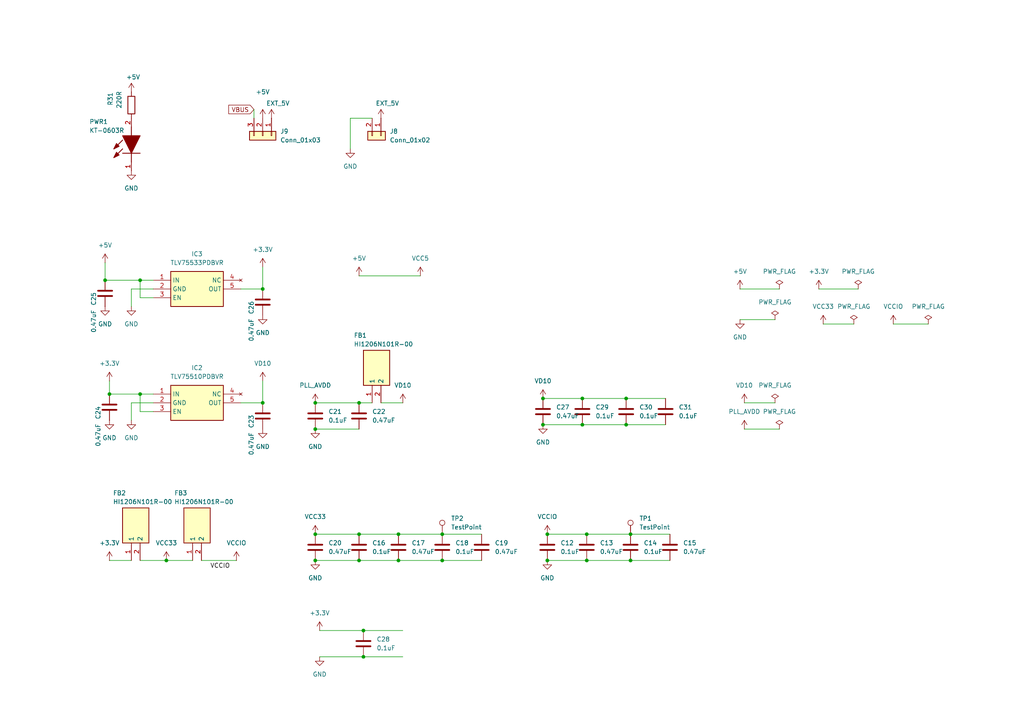
<source format=kicad_sch>
(kicad_sch (version 20250114) (generator "eeschema") (generator_version "9.0")
  (paper "A4")
  (lib_symbols
    (symbol "Connector:TestPoint" (pin_numbers (hide yes)) (pin_names (offset 0.762) (hide yes))
      (property "Reference" "TP" (at 0 6.858 0))
      (property "Value" "TestPoint" (at 0 5.08 0))
      (symbol "TestPoint_0_1"
        (circle (center 0 3.302) (radius 0.762))
      )
      (symbol "TestPoint_1_1"
        (pin passive line (at 0 0 90) (length 2.54) (name "1") (number "1"))
      )
    )
    (symbol "Connector_Generic:Conn_01x02" (pin_names (offset 1.016) (hide yes))
      (property "Reference" "J" (at 0 2.54 0))
      (property "Value" "Conn_01x02" (at 0 -5.08 0))
      (symbol "Conn_01x02_1_1"
        (rectangle (start -1.27 1.27) (end 1.27 -3.81) (stroke (width 0.254)) (fill (type background)))
        (rectangle (start -1.27 0.127) (end 0 -0.127) (stroke (width 0.1524)))
        (rectangle (start -1.27 -2.413) (end 0 -2.667) (stroke (width 0.1524)))
        (pin passive line (at -5.08 0 0) (length 3.81) (name "Pin_1") (number "1"))
        (pin passive line (at -5.08 -2.54 0) (length 3.81) (name "Pin_2") (number "2"))
      )
    )
    (symbol "Connector_Generic:Conn_01x03" (pin_names (offset 1.016) (hide yes))
      (property "Reference" "J" (at 0 5.08 0))
      (property "Value" "Conn_01x03" (at 0 -5.08 0))
      (symbol "Conn_01x03_1_1"
        (rectangle (start -1.27 3.81) (end 1.27 -3.81) (stroke (width 0.254)) (fill (type background)))
        (rectangle (start -1.27 2.667) (end 0 2.413) (stroke (width 0.1524)))
        (rectangle (start -1.27 0.127) (end 0 -0.127) (stroke (width 0.1524)))
        (rectangle (start -1.27 -2.413) (end 0 -2.667) (stroke (width 0.1524)))
        (pin passive line (at -5.08 2.54 0) (length 3.81) (name "Pin_1") (number "1"))
        (pin passive line (at -5.08 0 0) (length 3.81) (name "Pin_2") (number "2"))
        (pin passive line (at -5.08 -2.54 0) (length 3.81) (name "Pin_3") (number "3"))
      )
    )
    (symbol "Device:C" (pin_numbers (hide yes)) (pin_names (offset 0.254))
      (property "Reference" "C" (at 0.635 2.54 0))
      (property "Value" "C" (at 0.635 -2.54 0))
      (symbol "C_0_1"
        (polyline (pts (xy -2.032 0.762) (xy 2.032 0.762)) (stroke (width 0.508)))
        (polyline (pts (xy -2.032 -0.762) (xy 2.032 -0.762)) (stroke (width 0.508)))
      )
      (symbol "C_1_1"
        (pin passive line (at 0 3.81 270) (length 2.794) (name "~") (number "1"))
        (pin passive line (at 0 -3.81 90) (length 2.794) (name "~") (number "2"))
      )
    )
    (symbol "Device:R" (pin_numbers (hide yes)) (pin_names (offset 0))
      (property "Reference" "R" (at 2.032 0 90))
      (property "Value" "R" (at 0 0 90))
      (symbol "R_0_1"
        (rectangle (start -1.016 -2.54) (end 1.016 2.54) (stroke (width 0.254)))
      )
      (symbol "R_1_1"
        (pin passive line (at 0 3.81 270) (length 1.27) (name "~") (number "1"))
        (pin passive line (at 0 -3.81 90) (length 1.27) (name "~") (number "2"))
      )
    )
    (symbol "SamacSys_Parts:HI1206N101R-00"
      (property "Reference" "FB" (at 16.51 7.62 0))
      (property "Value" "HI1206N101R-00" (at 16.51 5.08 0))
      (symbol "HI1206N101R-00_1_1"
        (rectangle (start 5.08 2.54) (end 15.24 -5.08) (stroke (width 0.254)) (fill (type background)))
        (pin passive line (at 0 0 0) (length 5.08) (name "1") (number "1"))
        (pin passive line (at 0 -2.54 0) (length 5.08) (name "2") (number "2"))
      )
    )
    (symbol "SamacSys_Parts:KT-0603R" (pin_names (hide yes))
      (property "Reference" "LED" (at 12.7 8.89 0))
      (property "Value" "KT-0603R" (at 12.7 6.35 0))
      (symbol "KT-0603R_1_1"
        (polyline (pts (xy 2.54 0) (xy 5.08 0)) (stroke (width 0.254)))
        (polyline (pts (xy 5.08 2.54) (xy 5.08 -2.54)) (stroke (width 0.254)))
        (polyline (pts (xy 5.08 0) (xy 10.16 2.54) (xy 10.16 -2.54) (xy 5.08 0)) (stroke (width 0.254)) (fill (type outline)))
        (polyline (pts (xy 5.334 4.318) (xy 4.572 3.556) (xy 3.81 5.08) (xy 5.334 4.318)) (stroke (width 0.254)) (fill (type outline)))
        (polyline (pts (xy 6.35 2.54) (xy 3.81 5.08)) (stroke (width 0.254)))
        (polyline (pts (xy 7.874 4.318) (xy 7.112 3.556) (xy 6.35 5.08) (xy 7.874 4.318)) (stroke (width 0.254)) (fill (type outline)))
        (polyline (pts (xy 8.89 2.54) (xy 6.35 5.08)) (stroke (width 0.254)))
        (polyline (pts (xy 10.16 0) (xy 12.7 0)) (stroke (width 0.254)))
        (pin passive line (at 0 0 0) (length 2.54) (name "K") (number "1"))
        (pin passive line (at 15.24 0 180) (length 2.54) (name "A") (number "2"))
      )
    )
    (symbol "SamacSys_Parts:TLV75510PDBVR"
      (property "Reference" "IC" (at 21.59 7.62 0))
      (property "Value" "TLV75510PDBVR" (at 21.59 5.08 0))
      (symbol "TLV75510PDBVR_1_1"
        (rectangle (start 5.08 2.54) (end 20.32 -7.62) (stroke (width 0.254)) (fill (type background)))
        (pin passive line (at 0 0 0) (length 5.08) (name "IN") (number "1"))
        (pin passive line (at 0 -2.54 0) (length 5.08) (name "GND") (number "2"))
        (pin passive line (at 0 -5.08 0) (length 5.08) (name "EN") (number "3"))
        (pin no_connect line (at 25.4 0 180) (length 5.08) (name "NC") (number "4"))
        (pin passive line (at 25.4 -2.54 180) (length 5.08) (name "OUT") (number "5"))
      )
    )
    (symbol "SamacSys_Parts:TLV75533PDBVR"
      (property "Reference" "IC" (at 21.59 7.62 0))
      (property "Value" "TLV75533PDBVR" (at 21.59 5.08 0))
      (symbol "TLV75533PDBVR_1_1"
        (rectangle (start 5.08 2.54) (end 20.32 -7.62) (stroke (width 0.254)) (fill (type background)))
        (pin passive line (at 0 0 0) (length 5.08) (name "IN") (number "1"))
        (pin passive line (at 0 -2.54 0) (length 5.08) (name "GND") (number "2"))
        (pin passive line (at 0 -5.08 0) (length 5.08) (name "EN") (number "3"))
        (pin no_connect line (at 25.4 0 180) (length 5.08) (name "NC") (number "4"))
        (pin passive line (at 25.4 -2.54 180) (length 5.08) (name "OUT") (number "5"))
      )
    )
    (symbol "power:+3.3V" (power) (pin_numbers (hide yes)) (pin_names (offset 0) (hide yes))
      (property "Value" "+3.3V" (at 0 3.556 0))
      (symbol "+3.3V_0_1"
        (polyline (pts (xy -0.762 1.27) (xy 0 2.54)))
        (polyline (pts (xy 0 2.54) (xy 0.762 1.27)))
        (polyline (pts (xy 0 0) (xy 0 2.54)))
      )
      (symbol "+3.3V_1_1"
        (pin power_in line (at 0 0 90) (length 0) (name "~") (number "1"))
      )
    )
    (symbol "power:+5V" (power) (pin_numbers (hide yes)) (pin_names (offset 0) (hide yes))
      (property "Value" "+5V" (at 0 3.556 0))
      (symbol "+5V_0_1"
        (polyline (pts (xy -0.762 1.27) (xy 0 2.54)))
        (polyline (pts (xy 0 2.54) (xy 0.762 1.27)))
        (polyline (pts (xy 0 0) (xy 0 2.54)))
      )
      (symbol "+5V_1_1"
        (pin power_in line (at 0 0 90) (length 0) (name "~") (number "1"))
      )
    )
    (symbol "power:GND" (power) (pin_numbers (hide yes)) (pin_names (offset 0) (hide yes))
      (property "Value" "GND" (at 0 -3.81 0))
      (symbol "GND_0_1"
        (polyline (pts (xy 0 0) (xy 0 -1.27) (xy 1.27 -1.27) (xy 0 -2.54) (xy -1.27 -1.27) (xy 0 -1.27)))
      )
      (symbol "GND_1_1"
        (pin power_in line (at 0 0 270) (length 0) (name "~") (number "1"))
      )
    )
    (symbol "power:PWR_FLAG" (power) (pin_numbers (hide yes)) (pin_names (offset 0) (hide yes))
      (property "Value" "PWR_FLAG" (at 0 3.81 0))
      (symbol "PWR_FLAG_0_0"
        (pin power_out line (at 0 0 90) (length 0) (name "~") (number "1"))
      )
      (symbol "PWR_FLAG_0_1"
        (polyline (pts (xy 0 0) (xy 0 1.27) (xy -1.016 1.905) (xy 0 2.54) (xy 1.016 1.905) (xy 0 1.27)))
      )
    )
    (symbol "power:VCC" (power) (pin_numbers (hide yes)) (pin_names (offset 0) (hide yes))
      (property "Value" "VCC" (at 0 3.556 0))
      (symbol "VCC_0_1"
        (polyline (pts (xy -0.762 1.27) (xy 0 2.54)))
        (polyline (pts (xy 0 2.54) (xy 0.762 1.27)))
        (polyline (pts (xy 0 0) (xy 0 2.54)))
      )
      (symbol "VCC_1_1"
        (pin power_in line (at 0 0 90) (length 0) (name "~") (number "1"))
      )
    )
  )
  (junction (at 104.14 162.56))
  (junction (at 170.18 154.94))
  (junction (at 158.75 162.56))
  (junction (at 170.18 162.56))
  (junction (at 91.44 116.84))
  (junction (at 158.75 154.94))
  (junction (at 91.44 124.46))
  (junction (at 40.64 114.3))
  (junction (at 105.41 182.88))
  (junction (at 181.61 115.57))
  (junction (at 182.88 162.56))
  (junction (at 157.48 115.57))
  (junction (at 157.48 123.19))
  (junction (at 128.27 154.94))
  (junction (at 91.44 162.56))
  (junction (at 30.48 81.28))
  (junction (at 128.27 162.56))
  (junction (at 104.14 116.84))
  (junction (at 115.57 162.56))
  (junction (at 104.14 154.94))
  (junction (at 76.2 83.82))
  (junction (at 168.91 123.19))
  (junction (at 105.41 190.5))
  (junction (at 76.2 116.84))
  (junction (at 182.88 154.94))
  (junction (at 91.44 154.94))
  (junction (at 168.91 115.57))
  (junction (at 40.64 81.28))
  (junction (at 181.61 123.19))
  (junction (at 31.75 114.3))
  (junction (at 115.57 154.94))
  (junction (at 48.26 162.56))
  (wire (pts (xy 76.2 116.84) (xy 76.2 110.49)))
  (wire (pts (xy 58.42 162.56) (xy 68.58 162.56)))
  (wire (pts (xy 44.45 81.28) (xy 40.64 81.28)))
  (wire (pts (xy 40.64 162.56) (xy 48.26 162.56)))
  (wire (pts (xy 105.41 190.5) (xy 116.84 190.5)))
  (wire (pts (xy 157.48 115.57) (xy 168.91 115.57)))
  (wire (pts (xy 44.45 116.84) (xy 38.1 116.84)))
  (wire (pts (xy 40.64 81.28) (xy 30.48 81.28)))
  (wire (pts (xy 40.64 86.36) (xy 40.64 81.28)))
  (wire (pts (xy 170.18 154.94) (xy 182.88 154.94)))
  (wire (pts (xy 31.75 162.56) (xy 38.1 162.56)))
  (wire (pts (xy 168.91 123.19) (xy 181.61 123.19)))
  (wire (pts (xy 158.75 162.56) (xy 170.18 162.56)))
  (wire (pts (xy 31.75 114.3) (xy 40.64 114.3)))
  (wire (pts (xy 181.61 123.19) (xy 193.04 123.19)))
  (wire (pts (xy 104.14 80.01) (xy 121.92 80.01)))
  (wire (pts (xy 38.1 88.9) (xy 38.1 83.82)))
  (wire (pts (xy 30.48 76.2) (xy 30.48 81.28)))
  (wire (pts (xy 104.14 116.84) (xy 107.95 116.84)))
  (wire (pts (xy 101.6 34.29) (xy 101.6 43.18)))
  (wire (pts (xy 69.85 83.82) (xy 76.2 83.82)))
  (wire (pts (xy 170.18 162.56) (xy 182.88 162.56)))
  (wire (pts (xy 182.88 162.56) (xy 194.31 162.56)))
  (wire (pts (xy 238.76 93.98) (xy 247.65 93.98)))
  (wire (pts (xy 104.14 162.56) (xy 115.57 162.56)))
  (wire (pts (xy 182.88 154.94) (xy 194.31 154.94)))
  (wire (pts (xy 215.9 124.46) (xy 226.06 124.46)))
  (wire (pts (xy 115.57 154.94) (xy 128.27 154.94)))
  (wire (pts (xy 92.71 182.88) (xy 105.41 182.88)))
  (wire (pts (xy 157.48 123.19) (xy 168.91 123.19)))
  (wire (pts (xy 259.08 93.98) (xy 269.24 93.98)))
  (wire (pts (xy 73.66 31.75) (xy 73.66 34.29)))
  (wire (pts (xy 128.27 154.94) (xy 139.7 154.94)))
  (wire (pts (xy 181.61 115.57) (xy 193.04 115.57)))
  (wire (pts (xy 237.49 83.82) (xy 248.92 83.82)))
  (wire (pts (xy 215.9 116.84) (xy 224.79 116.84)))
  (wire (pts (xy 168.91 115.57) (xy 181.61 115.57)))
  (wire (pts (xy 44.45 86.36) (xy 40.64 86.36)))
  (wire (pts (xy 104.14 154.94) (xy 115.57 154.94)))
  (wire (pts (xy 226.06 83.82) (xy 214.63 83.82)))
  (wire (pts (xy 107.95 34.29) (xy 101.6 34.29)))
  (wire (pts (xy 91.44 162.56) (xy 104.14 162.56)))
  (wire (pts (xy 91.44 154.94) (xy 104.14 154.94)))
  (wire (pts (xy 105.41 182.88) (xy 116.84 182.88)))
  (wire (pts (xy 214.63 92.71) (xy 224.79 92.71)))
  (wire (pts (xy 40.64 119.38) (xy 40.64 114.3)))
  (wire (pts (xy 91.44 116.84) (xy 104.14 116.84)))
  (wire (pts (xy 115.57 162.56) (xy 128.27 162.56)))
  (wire (pts (xy 128.27 162.56) (xy 139.7 162.56)))
  (wire (pts (xy 31.75 110.49) (xy 31.75 114.3)))
  (wire (pts (xy 91.44 124.46) (xy 104.14 124.46)))
  (wire (pts (xy 76.2 77.47) (xy 76.2 83.82)))
  (wire (pts (xy 40.64 114.3) (xy 44.45 114.3)))
  (wire (pts (xy 38.1 116.84) (xy 38.1 121.92)))
  (wire (pts (xy 69.85 116.84) (xy 76.2 116.84)))
  (wire (pts (xy 92.71 190.5) (xy 105.41 190.5)))
  (wire (pts (xy 158.75 154.94) (xy 170.18 154.94)))
  (wire (pts (xy 48.26 162.56) (xy 55.88 162.56)))
  (wire (pts (xy 44.45 119.38) (xy 40.64 119.38)))
  (wire (pts (xy 110.49 116.84) (xy 116.84 116.84)))
  (wire (pts (xy 38.1 83.82) (xy 44.45 83.82)))
  (label "VCCIO" (at 60.96 165.1 0))
  (global_label "VBUS" (shape input) (at 73.66 31.75 180) (property "Intersheetrefs" "${INTERSHEET_REFS}" (effects (hide yes))))
  (symbol (lib_id "power:VCC") (at 121.92 80.01 0) (unit 1)
    (property "Reference" "#PWR045" (effects (hide yes)))
    (property "Value" "VCC5" (at 121.92 74.93 0))
    (property "Description" "Power symbol creates a global label with name \"VCC\"" (effects (hide yes)))
  )
  (symbol (lib_id "Device:C") (at 105.41 186.69 0) (unit 1)
    (property "Reference" "C28" (at 109.22 185.4199 0) (effects (justify left)))
    (property "Value" "0.1uF" (at 109.22 187.9599 0) (effects (justify left)))
    (property "Footprint" "Capacitor_SMD:C_0603_1608Metric" (effects (hide yes)))
    (property "Description" "Unpolarized capacitor" (effects (hide yes)))
  )
  (symbol (lib_id "power:GND") (at 214.63 92.71 0) (unit 1)
    (property "Reference" "#PWR054" (effects (hide yes)))
    (property "Value" "GND" (at 214.63 97.79 0))
    (property "Description" "Power symbol creates a global label with name \"GND\" , ground" (effects (hide yes)))
  )
  (symbol (lib_id "power:+5V") (at 78.74 34.29 0) (unit 1)
    (property "Reference" "#PWR087" (effects (hide yes)))
    (property "Value" "EXT_5V" (at 77.216 29.972 0) (effects (justify left)))
    (property "Description" "Power symbol creates a global label with name \"+5V\"" (effects (hide yes)))
  )
  (symbol (lib_id "power:+5V") (at 110.49 34.29 0) (unit 1)
    (property "Reference" "#PWR088" (effects (hide yes)))
    (property "Value" "EXT_5V" (at 108.966 29.972 0) (effects (justify left)))
    (property "Description" "Power symbol creates a global label with name \"+5V\"" (effects (hide yes)))
  )
  (symbol (lib_id "power:GND") (at 101.6 43.18 0) (unit 1)
    (property "Reference" "#PWR078" (effects (hide yes)))
    (property "Value" "GND" (at 101.6 48.26 0))
    (property "Description" "Power symbol creates a global label with name \"GND\" , ground" (effects (hide yes)))
  )
  (symbol (lib_id "Device:C") (at 170.18 158.75 0) (unit 1)
    (property "Reference" "C13" (at 173.99 157.4799 0) (effects (justify left)))
    (property "Value" "0.47uF" (at 173.99 160.0199 0) (effects (justify left)))
    (property "Footprint" "Capacitor_SMD:C_0603_1608Metric" (effects (hide yes)))
    (property "Description" "Unpolarized capacitor" (effects (hide yes)))
  )
  (symbol (lib_id "power:GND") (at 30.48 88.9 0) (unit 1)
    (property "Reference" "#PWR072" (effects (hide yes)))
    (property "Value" "GND" (at 30.48 93.98 0))
    (property "Description" "Power symbol creates a global label with name \"GND\" , ground" (effects (hide yes)))
  )
  (symbol (lib_id "Device:C") (at 91.44 120.65 0) (unit 1)
    (property "Reference" "C21" (at 95.25 119.3799 0) (effects (justify left)))
    (property "Value" "0.1uF" (at 95.25 121.9199 0) (effects (justify left)))
    (property "Footprint" "Capacitor_SMD:C_0603_1608Metric" (effects (hide yes)))
    (property "Description" "Unpolarized capacitor" (effects (hide yes)))
  )
  (symbol (lib_id "Connector:TestPoint") (at 182.88 154.94 0) (unit 1)
    (property "Reference" "TP1" (at 185.42 150.3679 0) (effects (justify left)))
    (property "Value" "TestPoint" (at 185.42 152.9079 0) (effects (justify left)))
    (property "Footprint" "TestPoint:TestPoint_Pad_D1.5mm" (effects (hide yes)))
    (property "Description" "test point" (effects (hide yes)))
  )
  (symbol (lib_id "power:VCC") (at 157.48 115.57 0) (unit 1)
    (property "Reference" "#PWR082" (effects (hide yes)))
    (property "Value" "VD10" (at 157.48 110.49 0))
    (property "Description" "Power symbol creates a global label with name \"VCC\"" (effects (hide yes)))
  )
  (symbol (lib_id "Device:C") (at 158.75 158.75 0) (unit 1)
    (property "Reference" "C12" (at 162.56 157.4799 0) (effects (justify left)))
    (property "Value" "0.1uF" (at 162.56 160.0199 0) (effects (justify left)))
    (property "Footprint" "Capacitor_SMD:C_0603_1608Metric" (effects (hide yes)))
    (property "Description" "Unpolarized capacitor" (effects (hide yes)))
  )
  (symbol (lib_id "power:+3.3V") (at 92.71 182.88 0) (unit 1)
    (property "Reference" "#PWR079" (effects (hide yes)))
    (property "Value" "+3.3V" (at 92.71 177.8 0))
    (property "Description" "Power symbol creates a global label with name \"+3.3V\"" (effects (hide yes)))
  )
  (symbol (lib_id "power:VCC") (at 238.76 93.98 0) (unit 1)
    (property "Reference" "#PWR053" (effects (hide yes)))
    (property "Value" "VCC33" (at 238.76 88.9 0))
    (property "Description" "Power symbol creates a global label with name \"VCC\"" (effects (hide yes)))
  )
  (symbol (lib_id "power:VCC") (at 259.08 93.98 0) (unit 1)
    (property "Reference" "#PWR081" (effects (hide yes)))
    (property "Value" "VCCIO" (at 259.08 88.9 0))
    (property "Description" "Power symbol creates a global label with name \"VCC\"" (effects (hide yes)))
  )
  (symbol (lib_id "Device:C") (at 194.31 158.75 0) (unit 1)
    (property "Reference" "C15" (at 198.12 157.4799 0) (effects (justify left)))
    (property "Value" "0.47uF" (at 198.12 160.0199 0) (effects (justify left)))
    (property "Footprint" "Capacitor_SMD:C_0603_1608Metric" (effects (hide yes)))
    (property "Description" "Unpolarized capacitor" (effects (hide yes)))
  )
  (symbol (lib_id "power:GND") (at 157.48 123.19 0) (unit 1)
    (property "Reference" "#PWR083" (effects (hide yes)))
    (property "Value" "GND" (at 157.48 128.27 0))
    (property "Description" "Power symbol creates a global label with name \"GND\" , ground" (effects (hide yes)))
  )
  (symbol (lib_id "SamacSys_Parts:KT-0603R") (at 38.1 49.53 90) (unit 1)
    (property "Reference" "PWR1" (at 25.908 35.306 90) (effects (justify right)))
    (property "Value" "KT-0603R" (at 25.908 37.846 90) (effects (justify right)))
    (property "Footprint" "SamaSys_Parts:LEDC1608X70N" (effects (hide yes)))
    (property "Datasheet" "https://datasheet.lcsc.com/szlcsc/Hubei-KENTO-Elec-KT-0603R_C2286.pdf" (effects (hide yes)))
    (property "Description" "Red 615~630nm 1.9~2.2V 0603 Light Emitting Diodes (LED) RoHS" (effects (hide yes)))
    (property "Height" "0.7" (effects (hide yes)))
    (property "Manufacturer_Name" "Hubei KENTO Elec" (effects (hide yes)))
    (property "Manufacturer_Part_Number" "KT-0603R" (effects (hide yes)))
  )
  (symbol (lib_id "power:GND") (at 158.75 162.56 0) (unit 1)
    (property "Reference" "#PWR037" (effects (hide yes)))
    (property "Value" "GND" (at 158.75 167.64 0))
    (property "Description" "Power symbol creates a global label with name \"GND\" , ground" (effects (hide yes)))
  )
  (symbol (lib_id "SamacSys_Parts:HI1206N101R-00") (at 38.1 162.56 90) (unit 1)
    (property "Reference" "FB2" (at 32.766 143.002 90) (effects (justify right)))
    (property "Value" "HI1206N101R-00" (at 32.766 145.542 90) (effects (justify right)))
    (property "Footprint" "SamaSys_Parts:BEADC3216X130N" (effects (hide yes)))
    (property "Datasheet" "https://datasheet.datasheetarchive.com/originals/distributors/Datasheets-32/DSA-630090.pdf" (effects (hide yes)))
    (property "Description" "High Current Ferrite Bead" (effects (hide yes)))
    (property "Height" "1.3" (effects (hide yes)))
    (property "Manufacturer_Name" "Laird-Signal Integrity Products" (effects (hide yes)))
    (property "Manufacturer_Part_Number" "HI1206N101R-00" (effects (hide yes)))
  )
  (symbol (lib_id "power:PWR_FLAG") (at 248.92 83.82 0) (unit 1)
    (property "Reference" "#FLG02" (effects (hide yes)))
    (property "Value" "PWR_FLAG" (at 248.92 78.74 0))
    (property "Description" "Special symbol for telling ERC where power comes from" (effects (hide yes)))
  )
  (symbol (lib_id "power:GND") (at 92.71 190.5 0) (unit 1)
    (property "Reference" "#PWR080" (effects (hide yes)))
    (property "Value" "GND" (at 92.71 195.58 0))
    (property "Description" "Power symbol creates a global label with name \"GND\" , ground" (effects (hide yes)))
  )
  (symbol (lib_id "power:GND") (at 31.75 121.92 0) (unit 1)
    (property "Reference" "#PWR068" (effects (hide yes)))
    (property "Value" "GND" (at 31.75 127 0))
    (property "Description" "Power symbol creates a global label with name \"GND\" , ground" (effects (hide yes)))
  )
  (symbol (lib_id "Device:C") (at 115.57 158.75 0) (unit 1)
    (property "Reference" "C17" (at 119.38 157.4799 0) (effects (justify left)))
    (property "Value" "0.47uF" (at 119.38 160.0199 0) (effects (justify left)))
    (property "Footprint" "Capacitor_SMD:C_0603_1608Metric" (effects (hide yes)))
    (property "Description" "Unpolarized capacitor" (effects (hide yes)))
  )
  (symbol (lib_id "power:+5V") (at 76.2 34.29 0) (unit 1)
    (property "Reference" "#PWR086" (effects (hide yes)))
    (property "Value" "+5V" (at 76.2 26.67 0))
    (property "Description" "Power symbol creates a global label with name \"+5V\"" (effects (hide yes)))
  )
  (symbol (lib_id "power:PWR_FLAG") (at 226.06 124.46 0) (unit 1)
    (property "Reference" "#FLG04" (effects (hide yes)))
    (property "Value" "PWR_FLAG" (at 226.06 119.38 0))
    (property "Description" "Special symbol for telling ERC where power comes from" (effects (hide yes)))
  )
  (symbol (lib_id "power:PWR_FLAG") (at 226.06 83.82 0) (unit 1)
    (property "Reference" "#FLG01" (effects (hide yes)))
    (property "Value" "PWR_FLAG" (at 226.06 78.74 0))
    (property "Description" "Special symbol for telling ERC where power comes from" (effects (hide yes)))
  )
  (symbol (lib_id "Device:C") (at 128.27 158.75 0) (unit 1)
    (property "Reference" "C18" (at 132.08 157.4799 0) (effects (justify left)))
    (property "Value" "0.1uF" (at 132.08 160.0199 0) (effects (justify left)))
    (property "Footprint" "Capacitor_SMD:C_0603_1608Metric" (effects (hide yes)))
    (property "Description" "Unpolarized capacitor" (effects (hide yes)))
  )
  (symbol (lib_id "power:GND") (at 38.1 49.53 0) (unit 1)
    (property "Reference" "#PWR089" (effects (hide yes)))
    (property "Value" "GND" (at 38.1 54.61 0))
    (property "Description" "Power symbol creates a global label with name \"GND\" , ground" (effects (hide yes)))
  )
  (symbol (lib_id "Device:C") (at 31.75 118.11 0) (unit 1)
    (property "Reference" "C24" (at 28.448 121.666 90) (effects (justify left)))
    (property "Value" "0.47uF" (at 28.448 129.54 90) (effects (justify left)))
    (property "Footprint" "Capacitor_SMD:C_0402_1005Metric" (effects (hide yes)))
    (property "Description" "Unpolarized capacitor" (effects (hide yes)))
  )
  (symbol (lib_id "Device:C") (at 104.14 120.65 0) (unit 1)
    (property "Reference" "C22" (at 107.95 119.3799 0) (effects (justify left)))
    (property "Value" "0.47uF" (at 107.95 121.9199 0) (effects (justify left)))
    (property "Footprint" "Capacitor_SMD:C_0603_1608Metric" (effects (hide yes)))
    (property "Description" "Unpolarized capacitor" (effects (hide yes)))
  )
  (symbol (lib_id "power:VCC") (at 68.58 162.56 0) (unit 1)
    (property "Reference" "#PWR063" (effects (hide yes)))
    (property "Value" "VCCIO" (at 68.58 157.48 0))
    (property "Description" "Power symbol creates a global label with name \"VCC\"" (effects (hide yes)))
  )
  (symbol (lib_id "Device:C") (at 168.91 119.38 0) (unit 1)
    (property "Reference" "C29" (at 172.72 118.1099 0) (effects (justify left)))
    (property "Value" "0.1uF" (at 172.72 120.6499 0) (effects (justify left)))
    (property "Footprint" "Capacitor_SMD:C_0603_1608Metric" (effects (hide yes)))
    (property "Description" "Unpolarized capacitor" (effects (hide yes)))
  )
  (symbol (lib_id "SamacSys_Parts:TLV75533PDBVR") (at 44.45 81.28 0) (unit 1)
    (property "Reference" "IC3" (at 57.15 73.66 0))
    (property "Value" "TLV75533PDBVR" (at 57.15 76.2 0))
    (property "Footprint" "SamaSys_Parts:SOT95P280X145-5N" (effects (hide yes)))
    (property "Datasheet" "http://www.ti.com/lit/gpn/tlv755p" (effects (hide yes)))
    (property "Description" "LDO Voltage Regulators 500-mA, Low IQ, Small Size, Low Dropout Regulator 5-SOT-23 -40 to 125" (effects (hide yes)))
    (property "Height" "1.45" (effects (hide yes)))
    (property "Manufacturer_Name" "Texas Instruments" (effects (hide yes)))
    (property "Manufacturer_Part_Number" "TLV75533PDBVR" (effects (hide yes)))
    (property "Mouser Part Number" "595-TLV75533PDBVR" (effects (hide yes)))
    (property "Mouser Price/Stock" "https://www.mouser.co.uk/ProductDetail/Texas-Instruments/TLV75533PDBVR?qs=55YtniHzbhAKEwqeO2xJXQ%3D%3D" (effects (hide yes)))
    (property "Arrow Part Number" "TLV75533PDBVR" (effects (hide yes)))
    (property "Arrow Price/Stock" "https://www.arrow.com/en/products/tlv75533pdbvr/texas-instruments?utm_currency=USD&region=nac" (effects (hide yes)))
  )
  (symbol (lib_id "Device:C") (at 157.48 119.38 0) (unit 1)
    (property "Reference" "C27" (at 161.29 118.1099 0) (effects (justify left)))
    (property "Value" "0.47uF" (at 161.29 120.6499 0) (effects (justify left)))
    (property "Footprint" "Capacitor_SMD:C_0603_1608Metric" (effects (hide yes)))
    (property "Description" "Unpolarized capacitor" (effects (hide yes)))
  )
  (symbol (lib_id "power:+3.3V") (at 31.75 110.49 0) (unit 1)
    (property "Reference" "#PWR065" (effects (hide yes)))
    (property "Value" "+3.3V" (at 31.75 105.41 0))
    (property "Description" "Power symbol creates a global label with name \"+3.3V\"" (effects (hide yes)))
  )
  (symbol (lib_id "power:+5V") (at 30.48 76.2 0) (unit 1)
    (property "Reference" "#PWR070" (effects (hide yes)))
    (property "Value" "+5V" (at 30.48 71.12 0))
    (property "Description" "Power symbol creates a global label with name \"+5V\"" (effects (hide yes)))
  )
  (symbol (lib_id "power:VCC") (at 116.84 116.84 0) (unit 1)
    (property "Reference" "#PWR050" (effects (hide yes)))
    (property "Value" "VD10" (at 116.84 111.76 0))
    (property "Description" "Power symbol creates a global label with name \"VCC\"" (effects (hide yes)))
  )
  (symbol (lib_id "Device:C") (at 181.61 119.38 0) (unit 1)
    (property "Reference" "C30" (at 185.42 118.1099 0) (effects (justify left)))
    (property "Value" "0.1uF" (at 185.42 120.6499 0) (effects (justify left)))
    (property "Footprint" "Capacitor_SMD:C_0603_1608Metric" (effects (hide yes)))
    (property "Description" "Unpolarized capacitor" (effects (hide yes)))
  )
  (symbol (lib_id "Connector:TestPoint") (at 128.27 154.94 0) (unit 1)
    (property "Reference" "TP2" (at 130.81 150.3679 0) (effects (justify left)))
    (property "Value" "TestPoint" (at 130.81 152.9079 0) (effects (justify left)))
    (property "Footprint" "TestPoint:TestPoint_Pad_D1.5mm" (effects (hide yes)))
    (property "Description" "test point" (effects (hide yes)))
  )
  (symbol (lib_id "power:VCC") (at 215.9 124.46 0) (unit 1)
    (property "Reference" "#PWR051" (effects (hide yes)))
    (property "Value" "PLL_AVDD" (at 215.9 119.38 0))
    (property "Description" "Power symbol creates a global label with name \"VCC\"" (effects (hide yes)))
  )
  (symbol (lib_id "power:VCC") (at 91.44 154.94 0) (unit 1)
    (property "Reference" "#PWR034" (effects (hide yes)))
    (property "Value" "VCC33" (at 91.44 149.86 0))
    (property "Description" "Power symbol creates a global label with name \"VCC\"" (effects (hide yes)))
  )
  (symbol (lib_id "Device:R") (at 38.1 30.48 180) (unit 1)
    (property "Reference" "R31" (at 32.004 28.702 90))
    (property "Value" "220R" (at 34.544 28.956 90))
    (property "Footprint" "Resistor_SMD:R_0603_1608Metric" (effects (hide yes)))
    (property "Description" "Resistor" (effects (hide yes)))
  )
  (symbol (lib_id "Device:C") (at 91.44 158.75 0) (unit 1)
    (property "Reference" "C20" (at 95.25 157.4799 0) (effects (justify left)))
    (property "Value" "0.47uF" (at 95.25 160.0199 0) (effects (justify left)))
    (property "Footprint" "Capacitor_SMD:C_0603_1608Metric" (effects (hide yes)))
    (property "Description" "Unpolarized capacitor" (effects (hide yes)))
  )
  (symbol (lib_id "power:VCC") (at 158.75 154.94 0) (unit 1)
    (property "Reference" "#PWR035" (effects (hide yes)))
    (property "Value" "VCCIO" (at 158.75 149.86 0))
    (property "Description" "Power symbol creates a global label with name \"VCC\"" (effects (hide yes)))
  )
  (symbol (lib_id "power:GND") (at 91.44 124.46 0) (unit 1)
    (property "Reference" "#PWR049" (effects (hide yes)))
    (property "Value" "GND" (at 91.44 129.54 0))
    (property "Description" "Power symbol creates a global label with name \"GND\" , ground" (effects (hide yes)))
  )
  (symbol (lib_id "Device:C") (at 76.2 120.65 0) (unit 1)
    (property "Reference" "C23" (at 72.898 124.206 90) (effects (justify left)))
    (property "Value" "0.47uF" (at 72.898 132.08 90) (effects (justify left)))
    (property "Footprint" "Capacitor_SMD:C_0402_1005Metric" (effects (hide yes)))
    (property "Description" "Unpolarized capacitor" (effects (hide yes)))
  )
  (symbol (lib_id "power:VCC") (at 48.26 162.56 0) (unit 1)
    (property "Reference" "#PWR066" (effects (hide yes)))
    (property "Value" "VCC33" (at 48.26 157.48 0))
    (property "Description" "Power symbol creates a global label with name \"VCC\"" (effects (hide yes)))
  )
  (symbol (lib_id "power:+5V") (at 38.1 26.67 0) (unit 1)
    (property "Reference" "#PWR077" (effects (hide yes)))
    (property "Value" "+5V" (at 36.576 22.352 0) (effects (justify left)))
    (property "Description" "Power symbol creates a global label with name \"+5V\"" (effects (hide yes)))
  )
  (symbol (lib_id "SamacSys_Parts:HI1206N101R-00") (at 55.88 162.56 90) (unit 1)
    (property "Reference" "FB3" (at 50.546 143.002 90) (effects (justify right)))
    (property "Value" "HI1206N101R-00" (at 50.546 145.542 90) (effects (justify right)))
    (property "Footprint" "SamaSys_Parts:BEADC3216X130N" (effects (hide yes)))
    (property "Datasheet" "https://datasheet.datasheetarchive.com/originals/distributors/Datasheets-32/DSA-630090.pdf" (effects (hide yes)))
    (property "Description" "High Current Ferrite Bead" (effects (hide yes)))
    (property "Height" "1.3" (effects (hide yes)))
    (property "Manufacturer_Name" "Laird-Signal Integrity Products" (effects (hide yes)))
    (property "Manufacturer_Part_Number" "HI1206N101R-00" (effects (hide yes)))
  )
  (symbol (lib_id "power:+3.3V") (at 237.49 83.82 0) (unit 1)
    (property "Reference" "#PWR044" (effects (hide yes)))
    (property "Value" "+3.3V" (at 237.49 78.74 0))
    (property "Description" "Power symbol creates a global label with name \"+3.3V\"" (effects (hide yes)))
  )
  (symbol (lib_id "Device:C") (at 139.7 158.75 0) (unit 1)
    (property "Reference" "C19" (at 143.51 157.4799 0) (effects (justify left)))
    (property "Value" "0.47uF" (at 143.51 160.0199 0) (effects (justify left)))
    (property "Footprint" "Capacitor_SMD:C_0603_1608Metric" (effects (hide yes)))
    (property "Description" "Unpolarized capacitor" (effects (hide yes)))
  )
  (symbol (lib_id "power:GND") (at 38.1 121.92 0) (unit 1)
    (property "Reference" "#PWR067" (effects (hide yes)))
    (property "Value" "GND" (at 38.1 127 0))
    (property "Description" "Power symbol creates a global label with name \"GND\" , ground" (effects (hide yes)))
  )
  (symbol (lib_id "Device:C") (at 193.04 119.38 0) (unit 1)
    (property "Reference" "C31" (at 196.85 118.1099 0) (effects (justify left)))
    (property "Value" "0.1uF" (at 196.85 120.6499 0) (effects (justify left)))
    (property "Footprint" "Capacitor_SMD:C_0603_1608Metric" (effects (hide yes)))
    (property "Description" "Unpolarized capacitor" (effects (hide yes)))
  )
  (symbol (lib_id "Device:C") (at 104.14 158.75 0) (unit 1)
    (property "Reference" "C16" (at 107.95 157.4799 0) (effects (justify left)))
    (property "Value" "0.1uF" (at 107.95 160.0199 0) (effects (justify left)))
    (property "Footprint" "Capacitor_SMD:C_0603_1608Metric" (effects (hide yes)))
    (property "Description" "Unpolarized capacitor" (effects (hide yes)))
  )
  (symbol (lib_id "power:GND") (at 76.2 124.46 0) (unit 1)
    (property "Reference" "#PWR071" (effects (hide yes)))
    (property "Value" "GND" (at 76.2 129.54 0))
    (property "Description" "Power symbol creates a global label with name \"GND\" , ground" (effects (hide yes)))
  )
  (symbol (lib_id "SamacSys_Parts:TLV75510PDBVR") (at 44.45 114.3 0) (unit 1)
    (property "Reference" "IC2" (at 57.15 106.68 0))
    (property "Value" "TLV75510PDBVR" (at 57.15 109.22 0))
    (property "Footprint" "SamaSys_Parts:SOT95P280X145-5N" (effects (hide yes)))
    (property "Datasheet" "http://www.ti.com/lit/gpn/tlv755p" (effects (hide yes)))
    (property "Description" "500-mA low-IQ small-size low-dropout (LDO) regulator" (effects (hide yes)))
    (property "Height" "1.45" (effects (hide yes)))
    (property "Manufacturer_Name" "Texas Instruments" (effects (hide yes)))
    (property "Manufacturer_Part_Number" "TLV75510PDBVR" (effects (hide yes)))
    (property "Mouser Part Number" "595-TLV75510PDBVR" (effects (hide yes)))
    (property "Mouser Price/Stock" "https://www.mouser.co.uk/ProductDetail/Texas-Instruments/TLV75510PDBVR?qs=55YtniHzbhDivL5e0UPkjA%3D%3D" (effects (hide yes)))
    (property "Arrow Part Number" "TLV75510PDBVR" (effects (hide yes)))
    (property "Arrow Price/Stock" "https://www.arrow.com/en/products/tlv75510pdbvr/texas-instruments?region=nac" (effects (hide yes)))
  )
  (symbol (lib_id "power:GND") (at 38.1 88.9 0) (unit 1)
    (property "Reference" "#PWR073" (effects (hide yes)))
    (property "Value" "GND" (at 38.1 93.98 0))
    (property "Description" "Power symbol creates a global label with name \"GND\" , ground" (effects (hide yes)))
  )
  (symbol (lib_id "power:VCC") (at 91.44 116.84 0) (unit 1)
    (property "Reference" "#PWR048" (effects (hide yes)))
    (property "Value" "PLL_AVDD" (at 91.44 111.76 0))
    (property "Description" "Power symbol creates a global label with name \"VCC\"" (effects (hide yes)))
  )
  (symbol (lib_id "power:+5V") (at 214.63 83.82 0) (unit 1)
    (property "Reference" "#PWR013" (effects (hide yes)))
    (property "Value" "+5V" (at 214.63 78.74 0))
    (property "Description" "Power symbol creates a global label with name \"+5V\"" (effects (hide yes)))
  )
  (symbol (lib_id "power:GND") (at 76.2 91.44 0) (unit 1)
    (property "Reference" "#PWR074" (effects (hide yes)))
    (property "Value" "GND" (at 76.2 96.52 0))
    (property "Description" "Power symbol creates a global label with name \"GND\" , ground" (effects (hide yes)))
  )
  (symbol (lib_id "power:PWR_FLAG") (at 224.79 92.71 0) (unit 1)
    (property "Reference" "#FLG07" (effects (hide yes)))
    (property "Value" "PWR_FLAG" (at 224.79 87.63 0))
    (property "Description" "Special symbol for telling ERC where power comes from" (effects (hide yes)))
  )
  (symbol (lib_id "Device:C") (at 182.88 158.75 0) (unit 1)
    (property "Reference" "C14" (at 186.69 157.4799 0) (effects (justify left)))
    (property "Value" "0.1uF" (at 186.69 160.0199 0) (effects (justify left)))
    (property "Footprint" "Capacitor_SMD:C_0603_1608Metric" (effects (hide yes)))
    (property "Description" "Unpolarized capacitor" (effects (hide yes)))
  )
  (symbol (lib_id "Connector_Generic:Conn_01x02") (at 110.49 39.37 270) (unit 1)
    (property "Reference" "J8" (at 113.03 38.0999 90) (effects (justify left)))
    (property "Value" "Conn_01x02" (at 113.03 40.6399 90) (effects (justify left)))
    (property "Footprint" "Connector_PinHeader_2.54mm:PinHeader_1x02_P2.54mm_Vertical" (effects (hide yes)))
    (property "Description" "Generic connector, single row, 01x02, script generated (kicad-library-utils/schlib/autogen/connector/)" (effects (hide yes)))
  )
  (symbol (lib_id "power:PWR_FLAG") (at 224.79 116.84 0) (unit 1)
    (property "Reference" "#FLG05" (effects (hide yes)))
    (property "Value" "PWR_FLAG" (at 224.79 111.76 0))
    (property "Description" "Special symbol for telling ERC where power comes from" (effects (hide yes)))
  )
  (symbol (lib_id "Device:C") (at 30.48 85.09 0) (unit 1)
    (property "Reference" "C25" (at 27.178 88.646 90) (effects (justify left)))
    (property "Value" "0.47uF" (at 27.178 96.52 90) (effects (justify left)))
    (property "Footprint" "Capacitor_SMD:C_0402_1005Metric" (effects (hide yes)))
    (property "Description" "Unpolarized capacitor" (effects (hide yes)))
  )
  (symbol (lib_id "Connector_Generic:Conn_01x03") (at 76.2 39.37 270) (unit 1)
    (property "Reference" "J9" (at 81.28 38.0999 90) (effects (justify left)))
    (property "Value" "Conn_01x03" (at 81.28 40.6399 90) (effects (justify left)))
    (property "Footprint" "Connector_PinSocket_2.54mm:PinSocket_1x03_P2.54mm_Vertical" (effects (hide yes)))
    (property "Description" "Generic connector, single row, 01x03, script generated (kicad-library-utils/schlib/autogen/connector/)" (effects (hide yes)))
  )
  (symbol (lib_id "power:+3.3V") (at 76.2 77.47 0) (unit 1)
    (property "Reference" "#PWR075" (effects (hide yes)))
    (property "Value" "+3.3V" (at 76.2 72.39 0))
    (property "Description" "Power symbol creates a global label with name \"+3.3V\"" (effects (hide yes)))
  )
  (symbol (lib_id "power:+3.3V") (at 31.75 162.56 0) (unit 1)
    (property "Reference" "#PWR064" (effects (hide yes)))
    (property "Value" "+3.3V" (at 31.75 157.48 0))
    (property "Description" "Power symbol creates a global label with name \"+3.3V\"" (effects (hide yes)))
  )
  (symbol (lib_id "power:+5V") (at 104.14 80.01 0) (unit 1)
    (property "Reference" "#PWR076" (effects (hide yes)))
    (property "Value" "+5V" (at 104.14 74.93 0))
    (property "Description" "Power symbol creates a global label with name \"+5V\"" (effects (hide yes)))
  )
  (symbol (lib_id "power:PWR_FLAG") (at 247.65 93.98 0) (unit 1)
    (property "Reference" "#FLG06" (effects (hide yes)))
    (property "Value" "PWR_FLAG" (at 247.65 88.9 0))
    (property "Description" "Special symbol for telling ERC where power comes from" (effects (hide yes)))
  )
  (symbol (lib_id "Device:C") (at 76.2 87.63 0) (unit 1)
    (property "Reference" "C26" (at 72.898 91.186 90) (effects (justify left)))
    (property "Value" "0.47uF" (at 72.898 99.06 90) (effects (justify left)))
    (property "Footprint" "Capacitor_SMD:C_0402_1005Metric" (effects (hide yes)))
    (property "Description" "Unpolarized capacitor" (effects (hide yes)))
  )
  (symbol (lib_id "power:VCC") (at 215.9 116.84 0) (unit 1)
    (property "Reference" "#PWR052" (effects (hide yes)))
    (property "Value" "VD10" (at 215.9 111.76 0))
    (property "Description" "Power symbol creates a global label with name \"VCC\"" (effects (hide yes)))
  )
  (symbol (lib_id "power:GND") (at 91.44 162.56 0) (unit 1)
    (property "Reference" "#PWR036" (effects (hide yes)))
    (property "Value" "GND" (at 91.44 167.64 0))
    (property "Description" "Power symbol creates a global label with name \"GND\" , ground" (effects (hide yes)))
  )
  (symbol (lib_id "SamacSys_Parts:HI1206N101R-00") (at 107.95 116.84 90) (unit 1)
    (property "Reference" "FB1" (at 102.616 97.282 90) (effects (justify right)))
    (property "Value" "HI1206N101R-00" (at 102.616 99.822 90) (effects (justify right)))
    (property "Footprint" "SamaSys_Parts:BEADC3216X130N" (effects (hide yes)))
    (property "Datasheet" "https://datasheet.datasheetarchive.com/originals/distributors/Datasheets-32/DSA-630090.pdf" (effects (hide yes)))
    (property "Description" "High Current Ferrite Bead" (effects (hide yes)))
    (property "Height" "1.3" (effects (hide yes)))
    (property "Manufacturer_Name" "Laird-Signal Integrity Products" (effects (hide yes)))
    (property "Manufacturer_Part_Number" "HI1206N101R-00" (effects (hide yes)))
  )
  (symbol (lib_id "power:VCC") (at 76.2 110.49 0) (unit 1)
    (property "Reference" "#PWR062" (effects (hide yes)))
    (property "Value" "VD10" (at 76.2 105.41 0))
    (property "Description" "Power symbol creates a global label with name \"VCC\"" (effects (hide yes)))
  )
  (symbol (lib_id "power:PWR_FLAG") (at 269.24 93.98 0) (unit 1)
    (property "Reference" "#FLG03" (effects (hide yes)))
    (property "Value" "PWR_FLAG" (at 269.24 88.9 0))
    (property "Description" "Special symbol for telling ERC where power comes from" (effects (hide yes)))
  )
)
</source>
